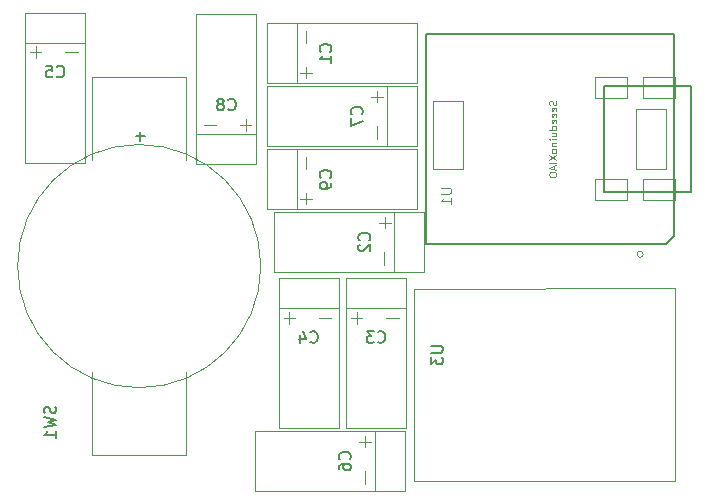
<source format=gbr>
G04 #@! TF.GenerationSoftware,KiCad,Pcbnew,(5.1.9-0-10_14)*
G04 #@! TF.CreationDate,2022-07-17T12:53:42+02:00*
G04 #@! TF.ProjectId,sandsim,73616e64-7369-46d2-9e6b-696361645f70,rev?*
G04 #@! TF.SameCoordinates,Original*
G04 #@! TF.FileFunction,Legend,Bot*
G04 #@! TF.FilePolarity,Positive*
%FSLAX46Y46*%
G04 Gerber Fmt 4.6, Leading zero omitted, Abs format (unit mm)*
G04 Created by KiCad (PCBNEW (5.1.9-0-10_14)) date 2022-07-17 12:53:42*
%MOMM*%
%LPD*%
G01*
G04 APERTURE LIST*
%ADD10C,0.120000*%
%ADD11C,0.100000*%
%ADD12C,0.127000*%
%ADD13C,0.066040*%
%ADD14C,0.150000*%
%ADD15C,0.101600*%
%ADD16C,0.076200*%
G04 APERTURE END LIST*
D10*
G04 #@! TO.C,C9*
X73025000Y-71882000D02*
X73025000Y-66802000D01*
X73025000Y-66802000D02*
X85725000Y-66802000D01*
X85725000Y-66802000D02*
X85725000Y-71882000D01*
X85725000Y-71882000D02*
X73025000Y-71882000D01*
X75565000Y-71882000D02*
X75565000Y-66802000D01*
X76365000Y-71462000D02*
X76365000Y-70522000D01*
X76865000Y-70982000D02*
X75855000Y-70982000D01*
X76385000Y-68502000D02*
X76385000Y-67442000D01*
G04 #@! TO.C,C8*
X72136000Y-68072000D02*
X67056000Y-68072000D01*
X67056000Y-68072000D02*
X67056000Y-55372000D01*
X67056000Y-55372000D02*
X72136000Y-55372000D01*
X72136000Y-55372000D02*
X72136000Y-68072000D01*
X72136000Y-65532000D02*
X67056000Y-65532000D01*
X71716000Y-64732000D02*
X70776000Y-64732000D01*
X71236000Y-64232000D02*
X71236000Y-65242000D01*
X68756000Y-64712000D02*
X67696000Y-64712000D01*
G04 #@! TO.C,C7*
X85725000Y-61468000D02*
X85725000Y-66548000D01*
X85725000Y-66548000D02*
X73025000Y-66548000D01*
X73025000Y-66548000D02*
X73025000Y-61468000D01*
X73025000Y-61468000D02*
X85725000Y-61468000D01*
X83185000Y-61468000D02*
X83185000Y-66548000D01*
X82385000Y-61888000D02*
X82385000Y-62828000D01*
X81885000Y-62368000D02*
X82895000Y-62368000D01*
X82365000Y-64848000D02*
X82365000Y-65908000D01*
G04 #@! TO.C,C6*
X84709000Y-90678000D02*
X84709000Y-95758000D01*
X84709000Y-95758000D02*
X72009000Y-95758000D01*
X72009000Y-95758000D02*
X72009000Y-90678000D01*
X72009000Y-90678000D02*
X84709000Y-90678000D01*
X82169000Y-90678000D02*
X82169000Y-95758000D01*
X81369000Y-91098000D02*
X81369000Y-92038000D01*
X80869000Y-91578000D02*
X81879000Y-91578000D01*
X81349000Y-94058000D02*
X81349000Y-95118000D01*
G04 #@! TO.C,C5*
X52578000Y-55245000D02*
X57658000Y-55245000D01*
X57658000Y-55245000D02*
X57658000Y-67945000D01*
X57658000Y-67945000D02*
X52578000Y-67945000D01*
X52578000Y-67945000D02*
X52578000Y-55245000D01*
X52578000Y-57785000D02*
X57658000Y-57785000D01*
X52998000Y-58585000D02*
X53938000Y-58585000D01*
X53478000Y-59085000D02*
X53478000Y-58075000D01*
X55958000Y-58605000D02*
X57018000Y-58605000D01*
G04 #@! TO.C,C4*
X74041000Y-77724000D02*
X79121000Y-77724000D01*
X79121000Y-77724000D02*
X79121000Y-90424000D01*
X79121000Y-90424000D02*
X74041000Y-90424000D01*
X74041000Y-90424000D02*
X74041000Y-77724000D01*
X74041000Y-80264000D02*
X79121000Y-80264000D01*
X74461000Y-81064000D02*
X75401000Y-81064000D01*
X74941000Y-81564000D02*
X74941000Y-80554000D01*
X77421000Y-81084000D02*
X78481000Y-81084000D01*
G04 #@! TO.C,C3*
X79756000Y-77724000D02*
X84836000Y-77724000D01*
X84836000Y-77724000D02*
X84836000Y-90424000D01*
X84836000Y-90424000D02*
X79756000Y-90424000D01*
X79756000Y-90424000D02*
X79756000Y-77724000D01*
X79756000Y-80264000D02*
X84836000Y-80264000D01*
X80176000Y-81064000D02*
X81116000Y-81064000D01*
X80656000Y-81564000D02*
X80656000Y-80554000D01*
X83136000Y-81084000D02*
X84196000Y-81084000D01*
G04 #@! TO.C,C2*
X86360000Y-72136000D02*
X86360000Y-77216000D01*
X86360000Y-77216000D02*
X73660000Y-77216000D01*
X73660000Y-77216000D02*
X73660000Y-72136000D01*
X73660000Y-72136000D02*
X86360000Y-72136000D01*
X83820000Y-72136000D02*
X83820000Y-77216000D01*
X83020000Y-72556000D02*
X83020000Y-73496000D01*
X82520000Y-73036000D02*
X83530000Y-73036000D01*
X83000000Y-75516000D02*
X83000000Y-76576000D01*
G04 #@! TO.C,C1*
X73025000Y-61214000D02*
X73025000Y-56134000D01*
X73025000Y-56134000D02*
X85725000Y-56134000D01*
X85725000Y-56134000D02*
X85725000Y-61214000D01*
X85725000Y-61214000D02*
X73025000Y-61214000D01*
X75565000Y-61214000D02*
X75565000Y-56134000D01*
X76365000Y-60794000D02*
X76365000Y-59854000D01*
X76865000Y-60314000D02*
X75855000Y-60314000D01*
X76385000Y-57834000D02*
X76385000Y-56774000D01*
D11*
G04 #@! TO.C,U1*
X104902000Y-75692000D02*
G75*
G03*
X104902000Y-75692000I-254000J0D01*
G01*
D12*
X101556820Y-70408800D02*
X108910120Y-70408800D01*
X101556820Y-61409580D02*
X101556820Y-70408800D01*
X108910120Y-61409580D02*
X101556820Y-61409580D01*
X108910120Y-70403720D02*
X108910120Y-61409580D01*
X106814620Y-74803000D02*
X86487000Y-74803000D01*
X107485180Y-74132440D02*
X106814620Y-74803000D01*
X107485180Y-57005220D02*
X107485180Y-74132440D01*
X86487000Y-57005220D02*
X107485180Y-57005220D01*
X86487000Y-74803000D02*
X86487000Y-57005220D01*
D13*
X104902000Y-62484000D02*
X107569000Y-62484000D01*
X107569000Y-62484000D02*
X107569000Y-60706000D01*
X104902000Y-60706000D02*
X107569000Y-60706000D01*
X104902000Y-62484000D02*
X104902000Y-60706000D01*
X100835460Y-62484000D02*
X103505000Y-62484000D01*
X103505000Y-62484000D02*
X103505000Y-60706000D01*
X100835460Y-60706000D02*
X103505000Y-60706000D01*
X100835460Y-62484000D02*
X100835460Y-60706000D01*
X100835460Y-71120000D02*
X103505000Y-71120000D01*
X103505000Y-71120000D02*
X103505000Y-69342000D01*
X100835460Y-69342000D02*
X103505000Y-69342000D01*
X100835460Y-71120000D02*
X100835460Y-69342000D01*
X104902000Y-71120000D02*
X107569000Y-71120000D01*
X107569000Y-71120000D02*
X107569000Y-69342000D01*
X104902000Y-69342000D02*
X107569000Y-69342000D01*
X104902000Y-71120000D02*
X104902000Y-69342000D01*
X87122000Y-68453000D02*
X89662000Y-68453000D01*
X89662000Y-68453000D02*
X89662000Y-62738000D01*
X87122000Y-62738000D02*
X89662000Y-62738000D01*
X87122000Y-68453000D02*
X87122000Y-62738000D01*
X104267000Y-68453000D02*
X106807000Y-68453000D01*
X106807000Y-68453000D02*
X106807000Y-63373000D01*
X104267000Y-63373000D02*
X106807000Y-63373000D01*
X104267000Y-68453000D02*
X104267000Y-63373000D01*
D10*
G04 #@! TO.C,U3*
X85503000Y-78613000D02*
X85503000Y-94883000D01*
X85503000Y-94883000D02*
X107613000Y-94883000D01*
X85503000Y-78613000D02*
X107569000Y-78553000D01*
X107613000Y-78613000D02*
X107613000Y-94883000D01*
G04 #@! TO.C,BT1*
X72525630Y-76694000D02*
G75*
G03*
X72525630Y-76694000I-10295630J0D01*
G01*
X58230000Y-85694000D02*
X58230000Y-92694000D01*
X58230000Y-92694000D02*
X66230000Y-92694000D01*
X66230000Y-92694000D02*
X66230000Y-85694000D01*
X58230000Y-67694000D02*
X58230000Y-60694000D01*
X58230000Y-60694000D02*
X66230000Y-60694000D01*
X66230000Y-60694000D02*
X66230000Y-67694000D01*
G04 #@! TO.C,SW1*
D14*
X55141761Y-88582666D02*
X55189380Y-88725523D01*
X55189380Y-88963619D01*
X55141761Y-89058857D01*
X55094142Y-89106476D01*
X54998904Y-89154095D01*
X54903666Y-89154095D01*
X54808428Y-89106476D01*
X54760809Y-89058857D01*
X54713190Y-88963619D01*
X54665571Y-88773142D01*
X54617952Y-88677904D01*
X54570333Y-88630285D01*
X54475095Y-88582666D01*
X54379857Y-88582666D01*
X54284619Y-88630285D01*
X54237000Y-88677904D01*
X54189380Y-88773142D01*
X54189380Y-89011238D01*
X54237000Y-89154095D01*
X54189380Y-89487428D02*
X55189380Y-89725523D01*
X54475095Y-89916000D01*
X55189380Y-90106476D01*
X54189380Y-90344571D01*
X55189380Y-91249333D02*
X55189380Y-90677904D01*
X55189380Y-90963619D02*
X54189380Y-90963619D01*
X54332238Y-90868380D01*
X54427476Y-90773142D01*
X54475095Y-90677904D01*
G04 #@! TO.C,C9*
X78402142Y-69195333D02*
X78449761Y-69147714D01*
X78497380Y-69004857D01*
X78497380Y-68909619D01*
X78449761Y-68766761D01*
X78354523Y-68671523D01*
X78259285Y-68623904D01*
X78068809Y-68576285D01*
X77925952Y-68576285D01*
X77735476Y-68623904D01*
X77640238Y-68671523D01*
X77545000Y-68766761D01*
X77497380Y-68909619D01*
X77497380Y-69004857D01*
X77545000Y-69147714D01*
X77592619Y-69195333D01*
X78497380Y-69671523D02*
X78497380Y-69862000D01*
X78449761Y-69957238D01*
X78402142Y-70004857D01*
X78259285Y-70100095D01*
X78068809Y-70147714D01*
X77687857Y-70147714D01*
X77592619Y-70100095D01*
X77545000Y-70052476D01*
X77497380Y-69957238D01*
X77497380Y-69766761D01*
X77545000Y-69671523D01*
X77592619Y-69623904D01*
X77687857Y-69576285D01*
X77925952Y-69576285D01*
X78021190Y-69623904D01*
X78068809Y-69671523D01*
X78116428Y-69766761D01*
X78116428Y-69957238D01*
X78068809Y-70052476D01*
X78021190Y-70100095D01*
X77925952Y-70147714D01*
G04 #@! TO.C,C8*
X69782666Y-63409142D02*
X69830285Y-63456761D01*
X69973142Y-63504380D01*
X70068380Y-63504380D01*
X70211238Y-63456761D01*
X70306476Y-63361523D01*
X70354095Y-63266285D01*
X70401714Y-63075809D01*
X70401714Y-62932952D01*
X70354095Y-62742476D01*
X70306476Y-62647238D01*
X70211238Y-62552000D01*
X70068380Y-62504380D01*
X69973142Y-62504380D01*
X69830285Y-62552000D01*
X69782666Y-62599619D01*
X69211238Y-62932952D02*
X69306476Y-62885333D01*
X69354095Y-62837714D01*
X69401714Y-62742476D01*
X69401714Y-62694857D01*
X69354095Y-62599619D01*
X69306476Y-62552000D01*
X69211238Y-62504380D01*
X69020761Y-62504380D01*
X68925523Y-62552000D01*
X68877904Y-62599619D01*
X68830285Y-62694857D01*
X68830285Y-62742476D01*
X68877904Y-62837714D01*
X68925523Y-62885333D01*
X69020761Y-62932952D01*
X69211238Y-62932952D01*
X69306476Y-62980571D01*
X69354095Y-63028190D01*
X69401714Y-63123428D01*
X69401714Y-63313904D01*
X69354095Y-63409142D01*
X69306476Y-63456761D01*
X69211238Y-63504380D01*
X69020761Y-63504380D01*
X68925523Y-63456761D01*
X68877904Y-63409142D01*
X68830285Y-63313904D01*
X68830285Y-63123428D01*
X68877904Y-63028190D01*
X68925523Y-62980571D01*
X69020761Y-62932952D01*
G04 #@! TO.C,C7*
X81062142Y-63821333D02*
X81109761Y-63773714D01*
X81157380Y-63630857D01*
X81157380Y-63535619D01*
X81109761Y-63392761D01*
X81014523Y-63297523D01*
X80919285Y-63249904D01*
X80728809Y-63202285D01*
X80585952Y-63202285D01*
X80395476Y-63249904D01*
X80300238Y-63297523D01*
X80205000Y-63392761D01*
X80157380Y-63535619D01*
X80157380Y-63630857D01*
X80205000Y-63773714D01*
X80252619Y-63821333D01*
X80157380Y-64154666D02*
X80157380Y-64821333D01*
X81157380Y-64392761D01*
G04 #@! TO.C,C6*
X80046142Y-93031333D02*
X80093761Y-92983714D01*
X80141380Y-92840857D01*
X80141380Y-92745619D01*
X80093761Y-92602761D01*
X79998523Y-92507523D01*
X79903285Y-92459904D01*
X79712809Y-92412285D01*
X79569952Y-92412285D01*
X79379476Y-92459904D01*
X79284238Y-92507523D01*
X79189000Y-92602761D01*
X79141380Y-92745619D01*
X79141380Y-92840857D01*
X79189000Y-92983714D01*
X79236619Y-93031333D01*
X79141380Y-93888476D02*
X79141380Y-93698000D01*
X79189000Y-93602761D01*
X79236619Y-93555142D01*
X79379476Y-93459904D01*
X79569952Y-93412285D01*
X79950904Y-93412285D01*
X80046142Y-93459904D01*
X80093761Y-93507523D01*
X80141380Y-93602761D01*
X80141380Y-93793238D01*
X80093761Y-93888476D01*
X80046142Y-93936095D01*
X79950904Y-93983714D01*
X79712809Y-93983714D01*
X79617571Y-93936095D01*
X79569952Y-93888476D01*
X79522333Y-93793238D01*
X79522333Y-93602761D01*
X79569952Y-93507523D01*
X79617571Y-93459904D01*
X79712809Y-93412285D01*
G04 #@! TO.C,C5*
X55264666Y-60622142D02*
X55312285Y-60669761D01*
X55455142Y-60717380D01*
X55550380Y-60717380D01*
X55693238Y-60669761D01*
X55788476Y-60574523D01*
X55836095Y-60479285D01*
X55883714Y-60288809D01*
X55883714Y-60145952D01*
X55836095Y-59955476D01*
X55788476Y-59860238D01*
X55693238Y-59765000D01*
X55550380Y-59717380D01*
X55455142Y-59717380D01*
X55312285Y-59765000D01*
X55264666Y-59812619D01*
X54359904Y-59717380D02*
X54836095Y-59717380D01*
X54883714Y-60193571D01*
X54836095Y-60145952D01*
X54740857Y-60098333D01*
X54502761Y-60098333D01*
X54407523Y-60145952D01*
X54359904Y-60193571D01*
X54312285Y-60288809D01*
X54312285Y-60526904D01*
X54359904Y-60622142D01*
X54407523Y-60669761D01*
X54502761Y-60717380D01*
X54740857Y-60717380D01*
X54836095Y-60669761D01*
X54883714Y-60622142D01*
G04 #@! TO.C,C4*
X76727666Y-83101142D02*
X76775285Y-83148761D01*
X76918142Y-83196380D01*
X77013380Y-83196380D01*
X77156238Y-83148761D01*
X77251476Y-83053523D01*
X77299095Y-82958285D01*
X77346714Y-82767809D01*
X77346714Y-82624952D01*
X77299095Y-82434476D01*
X77251476Y-82339238D01*
X77156238Y-82244000D01*
X77013380Y-82196380D01*
X76918142Y-82196380D01*
X76775285Y-82244000D01*
X76727666Y-82291619D01*
X75870523Y-82529714D02*
X75870523Y-83196380D01*
X76108619Y-82148761D02*
X76346714Y-82863047D01*
X75727666Y-82863047D01*
G04 #@! TO.C,C3*
X82442666Y-83101142D02*
X82490285Y-83148761D01*
X82633142Y-83196380D01*
X82728380Y-83196380D01*
X82871238Y-83148761D01*
X82966476Y-83053523D01*
X83014095Y-82958285D01*
X83061714Y-82767809D01*
X83061714Y-82624952D01*
X83014095Y-82434476D01*
X82966476Y-82339238D01*
X82871238Y-82244000D01*
X82728380Y-82196380D01*
X82633142Y-82196380D01*
X82490285Y-82244000D01*
X82442666Y-82291619D01*
X82109333Y-82196380D02*
X81490285Y-82196380D01*
X81823619Y-82577333D01*
X81680761Y-82577333D01*
X81585523Y-82624952D01*
X81537904Y-82672571D01*
X81490285Y-82767809D01*
X81490285Y-83005904D01*
X81537904Y-83101142D01*
X81585523Y-83148761D01*
X81680761Y-83196380D01*
X81966476Y-83196380D01*
X82061714Y-83148761D01*
X82109333Y-83101142D01*
G04 #@! TO.C,C2*
X81697142Y-74489333D02*
X81744761Y-74441714D01*
X81792380Y-74298857D01*
X81792380Y-74203619D01*
X81744761Y-74060761D01*
X81649523Y-73965523D01*
X81554285Y-73917904D01*
X81363809Y-73870285D01*
X81220952Y-73870285D01*
X81030476Y-73917904D01*
X80935238Y-73965523D01*
X80840000Y-74060761D01*
X80792380Y-74203619D01*
X80792380Y-74298857D01*
X80840000Y-74441714D01*
X80887619Y-74489333D01*
X80887619Y-74870285D02*
X80840000Y-74917904D01*
X80792380Y-75013142D01*
X80792380Y-75251238D01*
X80840000Y-75346476D01*
X80887619Y-75394095D01*
X80982857Y-75441714D01*
X81078095Y-75441714D01*
X81220952Y-75394095D01*
X81792380Y-74822666D01*
X81792380Y-75441714D01*
G04 #@! TO.C,C1*
X78402142Y-58527333D02*
X78449761Y-58479714D01*
X78497380Y-58336857D01*
X78497380Y-58241619D01*
X78449761Y-58098761D01*
X78354523Y-58003523D01*
X78259285Y-57955904D01*
X78068809Y-57908285D01*
X77925952Y-57908285D01*
X77735476Y-57955904D01*
X77640238Y-58003523D01*
X77545000Y-58098761D01*
X77497380Y-58241619D01*
X77497380Y-58336857D01*
X77545000Y-58479714D01*
X77592619Y-58527333D01*
X78497380Y-59479714D02*
X78497380Y-58908285D01*
X78497380Y-59194000D02*
X77497380Y-59194000D01*
X77640238Y-59098761D01*
X77735476Y-59003523D01*
X77783095Y-58908285D01*
G04 #@! TO.C,U1*
D15*
X87778166Y-70061666D02*
X88497833Y-70061666D01*
X88582500Y-70104000D01*
X88624833Y-70146333D01*
X88667166Y-70231000D01*
X88667166Y-70400333D01*
X88624833Y-70485000D01*
X88582500Y-70527333D01*
X88497833Y-70569666D01*
X87778166Y-70569666D01*
X88667166Y-71458666D02*
X88667166Y-70950666D01*
X88667166Y-71204666D02*
X87778166Y-71204666D01*
X87905166Y-71120000D01*
X87989833Y-71035333D01*
X88032166Y-70950666D01*
D16*
X97528742Y-62690828D02*
X97557771Y-62777914D01*
X97557771Y-62923057D01*
X97528742Y-62981114D01*
X97499714Y-63010142D01*
X97441657Y-63039171D01*
X97383600Y-63039171D01*
X97325542Y-63010142D01*
X97296514Y-62981114D01*
X97267485Y-62923057D01*
X97238457Y-62806942D01*
X97209428Y-62748885D01*
X97180400Y-62719857D01*
X97122342Y-62690828D01*
X97064285Y-62690828D01*
X97006228Y-62719857D01*
X96977200Y-62748885D01*
X96948171Y-62806942D01*
X96948171Y-62952085D01*
X96977200Y-63039171D01*
X97528742Y-63532657D02*
X97557771Y-63474600D01*
X97557771Y-63358485D01*
X97528742Y-63300428D01*
X97470685Y-63271400D01*
X97238457Y-63271400D01*
X97180400Y-63300428D01*
X97151371Y-63358485D01*
X97151371Y-63474600D01*
X97180400Y-63532657D01*
X97238457Y-63561685D01*
X97296514Y-63561685D01*
X97354571Y-63271400D01*
X97528742Y-64055171D02*
X97557771Y-63997114D01*
X97557771Y-63881000D01*
X97528742Y-63822942D01*
X97470685Y-63793914D01*
X97238457Y-63793914D01*
X97180400Y-63822942D01*
X97151371Y-63881000D01*
X97151371Y-63997114D01*
X97180400Y-64055171D01*
X97238457Y-64084200D01*
X97296514Y-64084200D01*
X97354571Y-63793914D01*
X97528742Y-64577685D02*
X97557771Y-64519628D01*
X97557771Y-64403514D01*
X97528742Y-64345457D01*
X97470685Y-64316428D01*
X97238457Y-64316428D01*
X97180400Y-64345457D01*
X97151371Y-64403514D01*
X97151371Y-64519628D01*
X97180400Y-64577685D01*
X97238457Y-64606714D01*
X97296514Y-64606714D01*
X97354571Y-64316428D01*
X97557771Y-65129228D02*
X96948171Y-65129228D01*
X97528742Y-65129228D02*
X97557771Y-65071171D01*
X97557771Y-64955057D01*
X97528742Y-64897000D01*
X97499714Y-64867971D01*
X97441657Y-64838942D01*
X97267485Y-64838942D01*
X97209428Y-64867971D01*
X97180400Y-64897000D01*
X97151371Y-64955057D01*
X97151371Y-65071171D01*
X97180400Y-65129228D01*
X97151371Y-65680771D02*
X97557771Y-65680771D01*
X97151371Y-65419514D02*
X97470685Y-65419514D01*
X97528742Y-65448542D01*
X97557771Y-65506600D01*
X97557771Y-65593685D01*
X97528742Y-65651742D01*
X97499714Y-65680771D01*
X97557771Y-65971057D02*
X97151371Y-65971057D01*
X96948171Y-65971057D02*
X96977200Y-65942028D01*
X97006228Y-65971057D01*
X96977200Y-66000085D01*
X96948171Y-65971057D01*
X97006228Y-65971057D01*
X97151371Y-66261342D02*
X97557771Y-66261342D01*
X97209428Y-66261342D02*
X97180400Y-66290371D01*
X97151371Y-66348428D01*
X97151371Y-66435514D01*
X97180400Y-66493571D01*
X97238457Y-66522600D01*
X97557771Y-66522600D01*
X97557771Y-66899971D02*
X97528742Y-66841914D01*
X97499714Y-66812885D01*
X97441657Y-66783857D01*
X97267485Y-66783857D01*
X97209428Y-66812885D01*
X97180400Y-66841914D01*
X97151371Y-66899971D01*
X97151371Y-66987057D01*
X97180400Y-67045114D01*
X97209428Y-67074142D01*
X97267485Y-67103171D01*
X97441657Y-67103171D01*
X97499714Y-67074142D01*
X97528742Y-67045114D01*
X97557771Y-66987057D01*
X97557771Y-66899971D01*
X96948171Y-67306371D02*
X97557771Y-67712771D01*
X96948171Y-67712771D02*
X97557771Y-67306371D01*
X97557771Y-67945000D02*
X96948171Y-67945000D01*
X97383600Y-68206257D02*
X97383600Y-68496542D01*
X97557771Y-68148200D02*
X96948171Y-68351400D01*
X97557771Y-68554600D01*
X96948171Y-68873914D02*
X96948171Y-68990028D01*
X96977200Y-69048085D01*
X97035257Y-69106142D01*
X97151371Y-69135171D01*
X97354571Y-69135171D01*
X97470685Y-69106142D01*
X97528742Y-69048085D01*
X97557771Y-68990028D01*
X97557771Y-68873914D01*
X97528742Y-68815857D01*
X97470685Y-68757800D01*
X97354571Y-68728771D01*
X97151371Y-68728771D01*
X97035257Y-68757800D01*
X96977200Y-68815857D01*
X96948171Y-68873914D01*
G04 #@! TO.C,U3*
D14*
X86955380Y-83439095D02*
X87764904Y-83439095D01*
X87860142Y-83486714D01*
X87907761Y-83534333D01*
X87955380Y-83629571D01*
X87955380Y-83820047D01*
X87907761Y-83915285D01*
X87860142Y-83962904D01*
X87764904Y-84010523D01*
X86955380Y-84010523D01*
X86955380Y-84391476D02*
X86955380Y-85010523D01*
X87336333Y-84677190D01*
X87336333Y-84820047D01*
X87383952Y-84915285D01*
X87431571Y-84962904D01*
X87526809Y-85010523D01*
X87764904Y-85010523D01*
X87860142Y-84962904D01*
X87907761Y-84915285D01*
X87955380Y-84820047D01*
X87955380Y-84534333D01*
X87907761Y-84439095D01*
X87860142Y-84391476D01*
G04 #@! TO.C,BT1*
X62301428Y-65313047D02*
X62301428Y-66074952D01*
X62682380Y-65694000D02*
X61920476Y-65694000D01*
G04 #@! TD*
M02*

</source>
